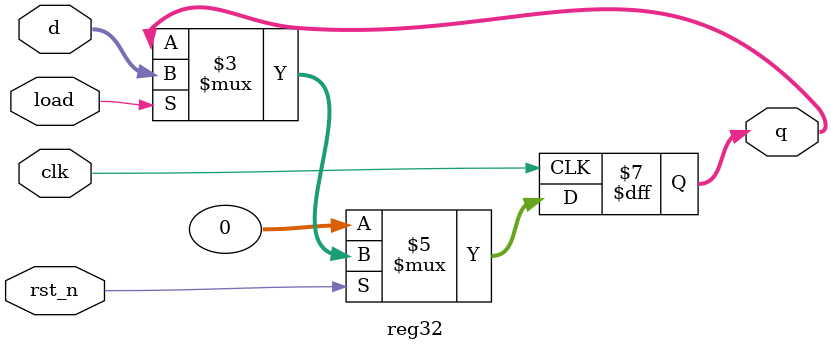
<source format=sv>
module reg32(
	input logic clk, rst_n, load,
	input logic [31:0] d,
	output logic [31:0] q
);

always @ (posedge clk) begin
	if (!rst_n) q <= 0;
	else q <= (load)? d : q;
end
endmodule

</source>
